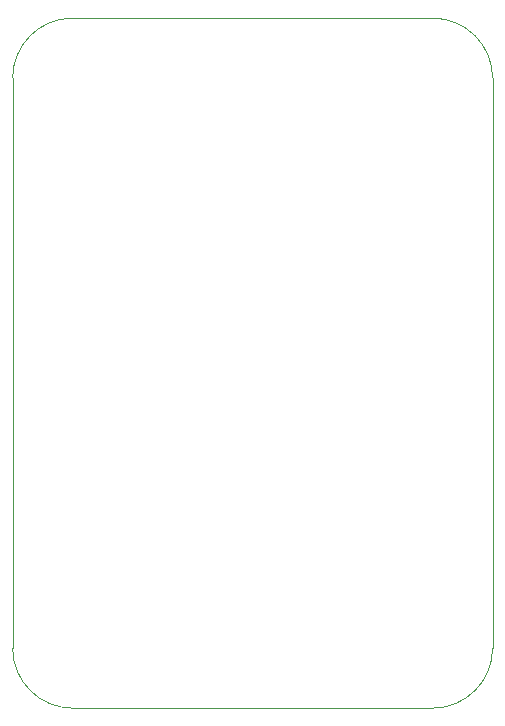
<source format=gbr>
%TF.GenerationSoftware,KiCad,Pcbnew,(6.0.9-0)*%
%TF.CreationDate,2024-03-22T17:08:36+01:00*%
%TF.ProjectId,attenuverters,61747465-6e75-4766-9572-746572732e6b,rev?*%
%TF.SameCoordinates,Original*%
%TF.FileFunction,Profile,NP*%
%FSLAX46Y46*%
G04 Gerber Fmt 4.6, Leading zero omitted, Abs format (unit mm)*
G04 Created by KiCad (PCBNEW (6.0.9-0)) date 2024-03-22 17:08:36*
%MOMM*%
%LPD*%
G01*
G04 APERTURE LIST*
%TA.AperFunction,Profile*%
%ADD10C,0.100000*%
%TD*%
G04 APERTURE END LIST*
D10*
X5080000Y0D02*
G75*
G03*
X0Y-5080000I0J-5080000D01*
G01*
X40640000Y-5080000D02*
G75*
G03*
X35560000Y0I-5080000J0D01*
G01*
X5080000Y-58420000D02*
X35560000Y-58420000D01*
X0Y-5080000D02*
X0Y-53340000D01*
X5080000Y0D02*
X35560000Y0D01*
X40640000Y-5080000D02*
X40640000Y-53340000D01*
X35560000Y-58420000D02*
G75*
G03*
X40640000Y-53340000I0J5080000D01*
G01*
X0Y-53340000D02*
G75*
G03*
X5080000Y-58420000I5080000J0D01*
G01*
M02*

</source>
